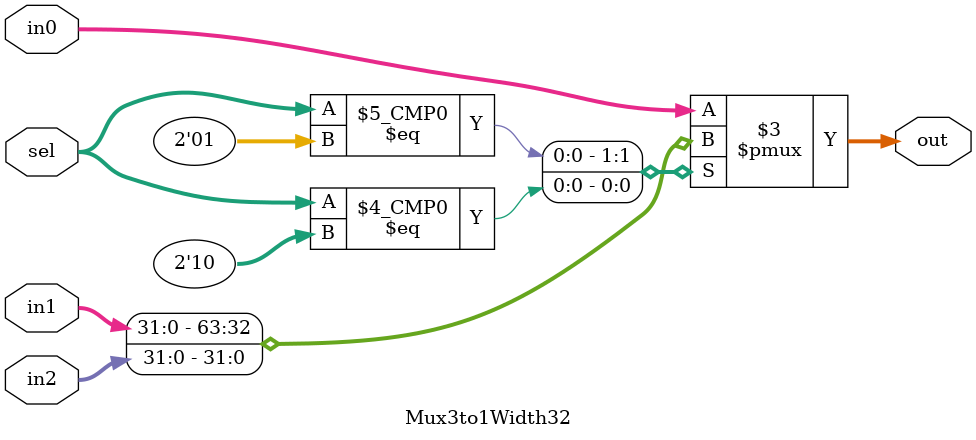
<source format=v>


`timescale 1ns / 1ps

// It is a 3-to-1 multiplexor where the bus width of each of
// the 3 inputs is 32. A 2-bit selector selects one of these
// and outputs the chosen 32-bit binary string.

module Mux3to1Width32 ( out , in0 , in1 , in2 , sel ) ;
    input wire [1:0] sel ;
    input wire [31:0] in0 ;
    input wire [31:0] in1 ;
    input wire [31:0] in2 ;
    output reg signed [31:0] out ;

    always @ ( * ) begin
        case ( sel )    // multiplexor logic (purely combinational)
            2'b00 : out = in0 ;
            2'b01 : out = in1 ;
            2'b10 : out = in2 ;
            default : out = in0 ;   // to avoid latches
        endcase
    end
endmodule
</source>
